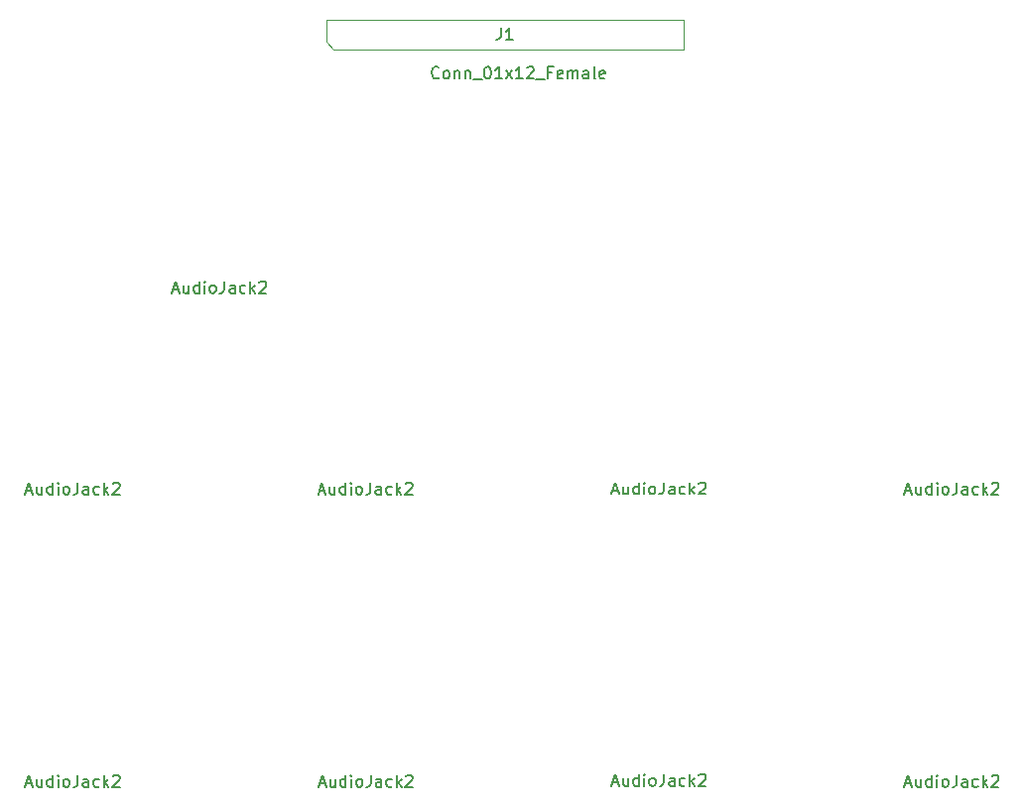
<source format=gbr>
%TF.GenerationSoftware,KiCad,Pcbnew,(5.1.9)-1*%
%TF.CreationDate,2021-08-20T18:58:33+01:00*%
%TF.ProjectId,KOSMOS LFO6 Jack Panel,4b4f534d-4f53-4204-9c46-4f36204a6163,rev?*%
%TF.SameCoordinates,Original*%
%TF.FileFunction,Other,Fab,Top*%
%FSLAX46Y46*%
G04 Gerber Fmt 4.6, Leading zero omitted, Abs format (unit mm)*
G04 Created by KiCad (PCBNEW (5.1.9)-1) date 2021-08-20 18:58:33*
%MOMM*%
%LPD*%
G01*
G04 APERTURE LIST*
%ADD10C,0.100000*%
%ADD11C,0.150000*%
G04 APERTURE END LIST*
D10*
%TO.C,J1*%
X48665000Y-19150000D02*
X48030000Y-18515000D01*
X78510000Y-19150000D02*
X48665000Y-19150000D01*
X78510000Y-16610000D02*
X78510000Y-19150000D01*
X48030000Y-16610000D02*
X78510000Y-16610000D01*
X48030000Y-18515000D02*
X48030000Y-16610000D01*
%TD*%
%TO.C,J1*%
D11*
X57654285Y-21547142D02*
X57606666Y-21594761D01*
X57463809Y-21642380D01*
X57368571Y-21642380D01*
X57225714Y-21594761D01*
X57130476Y-21499523D01*
X57082857Y-21404285D01*
X57035238Y-21213809D01*
X57035238Y-21070952D01*
X57082857Y-20880476D01*
X57130476Y-20785238D01*
X57225714Y-20690000D01*
X57368571Y-20642380D01*
X57463809Y-20642380D01*
X57606666Y-20690000D01*
X57654285Y-20737619D01*
X58225714Y-21642380D02*
X58130476Y-21594761D01*
X58082857Y-21547142D01*
X58035238Y-21451904D01*
X58035238Y-21166190D01*
X58082857Y-21070952D01*
X58130476Y-21023333D01*
X58225714Y-20975714D01*
X58368571Y-20975714D01*
X58463809Y-21023333D01*
X58511428Y-21070952D01*
X58559047Y-21166190D01*
X58559047Y-21451904D01*
X58511428Y-21547142D01*
X58463809Y-21594761D01*
X58368571Y-21642380D01*
X58225714Y-21642380D01*
X58987619Y-20975714D02*
X58987619Y-21642380D01*
X58987619Y-21070952D02*
X59035238Y-21023333D01*
X59130476Y-20975714D01*
X59273333Y-20975714D01*
X59368571Y-21023333D01*
X59416190Y-21118571D01*
X59416190Y-21642380D01*
X59892380Y-20975714D02*
X59892380Y-21642380D01*
X59892380Y-21070952D02*
X59940000Y-21023333D01*
X60035238Y-20975714D01*
X60178095Y-20975714D01*
X60273333Y-21023333D01*
X60320952Y-21118571D01*
X60320952Y-21642380D01*
X60559047Y-21737619D02*
X61320952Y-21737619D01*
X61749523Y-20642380D02*
X61844761Y-20642380D01*
X61940000Y-20690000D01*
X61987619Y-20737619D01*
X62035238Y-20832857D01*
X62082857Y-21023333D01*
X62082857Y-21261428D01*
X62035238Y-21451904D01*
X61987619Y-21547142D01*
X61940000Y-21594761D01*
X61844761Y-21642380D01*
X61749523Y-21642380D01*
X61654285Y-21594761D01*
X61606666Y-21547142D01*
X61559047Y-21451904D01*
X61511428Y-21261428D01*
X61511428Y-21023333D01*
X61559047Y-20832857D01*
X61606666Y-20737619D01*
X61654285Y-20690000D01*
X61749523Y-20642380D01*
X63035238Y-21642380D02*
X62463809Y-21642380D01*
X62749523Y-21642380D02*
X62749523Y-20642380D01*
X62654285Y-20785238D01*
X62559047Y-20880476D01*
X62463809Y-20928095D01*
X63368571Y-21642380D02*
X63892380Y-20975714D01*
X63368571Y-20975714D02*
X63892380Y-21642380D01*
X64797142Y-21642380D02*
X64225714Y-21642380D01*
X64511428Y-21642380D02*
X64511428Y-20642380D01*
X64416190Y-20785238D01*
X64320952Y-20880476D01*
X64225714Y-20928095D01*
X65178095Y-20737619D02*
X65225714Y-20690000D01*
X65320952Y-20642380D01*
X65559047Y-20642380D01*
X65654285Y-20690000D01*
X65701904Y-20737619D01*
X65749523Y-20832857D01*
X65749523Y-20928095D01*
X65701904Y-21070952D01*
X65130476Y-21642380D01*
X65749523Y-21642380D01*
X65940000Y-21737619D02*
X66701904Y-21737619D01*
X67273333Y-21118571D02*
X66940000Y-21118571D01*
X66940000Y-21642380D02*
X66940000Y-20642380D01*
X67416190Y-20642380D01*
X68178095Y-21594761D02*
X68082857Y-21642380D01*
X67892380Y-21642380D01*
X67797142Y-21594761D01*
X67749523Y-21499523D01*
X67749523Y-21118571D01*
X67797142Y-21023333D01*
X67892380Y-20975714D01*
X68082857Y-20975714D01*
X68178095Y-21023333D01*
X68225714Y-21118571D01*
X68225714Y-21213809D01*
X67749523Y-21309047D01*
X68654285Y-21642380D02*
X68654285Y-20975714D01*
X68654285Y-21070952D02*
X68701904Y-21023333D01*
X68797142Y-20975714D01*
X68940000Y-20975714D01*
X69035238Y-21023333D01*
X69082857Y-21118571D01*
X69082857Y-21642380D01*
X69082857Y-21118571D02*
X69130476Y-21023333D01*
X69225714Y-20975714D01*
X69368571Y-20975714D01*
X69463809Y-21023333D01*
X69511428Y-21118571D01*
X69511428Y-21642380D01*
X70416190Y-21642380D02*
X70416190Y-21118571D01*
X70368571Y-21023333D01*
X70273333Y-20975714D01*
X70082857Y-20975714D01*
X69987619Y-21023333D01*
X70416190Y-21594761D02*
X70320952Y-21642380D01*
X70082857Y-21642380D01*
X69987619Y-21594761D01*
X69940000Y-21499523D01*
X69940000Y-21404285D01*
X69987619Y-21309047D01*
X70082857Y-21261428D01*
X70320952Y-21261428D01*
X70416190Y-21213809D01*
X71035238Y-21642380D02*
X70940000Y-21594761D01*
X70892380Y-21499523D01*
X70892380Y-20642380D01*
X71797142Y-21594761D02*
X71701904Y-21642380D01*
X71511428Y-21642380D01*
X71416190Y-21594761D01*
X71368571Y-21499523D01*
X71368571Y-21118571D01*
X71416190Y-21023333D01*
X71511428Y-20975714D01*
X71701904Y-20975714D01*
X71797142Y-21023333D01*
X71844761Y-21118571D01*
X71844761Y-21213809D01*
X71368571Y-21309047D01*
X62936666Y-17332380D02*
X62936666Y-18046666D01*
X62889047Y-18189523D01*
X62793809Y-18284761D01*
X62650952Y-18332380D01*
X62555714Y-18332380D01*
X63936666Y-18332380D02*
X63365238Y-18332380D01*
X63650952Y-18332380D02*
X63650952Y-17332380D01*
X63555714Y-17475238D01*
X63460476Y-17570476D01*
X63365238Y-17618095D01*
%TO.C,J2*%
X22453809Y-56866666D02*
X22930000Y-56866666D01*
X22358571Y-57152380D02*
X22691904Y-56152380D01*
X23025238Y-57152380D01*
X23787142Y-56485714D02*
X23787142Y-57152380D01*
X23358571Y-56485714D02*
X23358571Y-57009523D01*
X23406190Y-57104761D01*
X23501428Y-57152380D01*
X23644285Y-57152380D01*
X23739523Y-57104761D01*
X23787142Y-57057142D01*
X24691904Y-57152380D02*
X24691904Y-56152380D01*
X24691904Y-57104761D02*
X24596666Y-57152380D01*
X24406190Y-57152380D01*
X24310952Y-57104761D01*
X24263333Y-57057142D01*
X24215714Y-56961904D01*
X24215714Y-56676190D01*
X24263333Y-56580952D01*
X24310952Y-56533333D01*
X24406190Y-56485714D01*
X24596666Y-56485714D01*
X24691904Y-56533333D01*
X25168095Y-57152380D02*
X25168095Y-56485714D01*
X25168095Y-56152380D02*
X25120476Y-56200000D01*
X25168095Y-56247619D01*
X25215714Y-56200000D01*
X25168095Y-56152380D01*
X25168095Y-56247619D01*
X25787142Y-57152380D02*
X25691904Y-57104761D01*
X25644285Y-57057142D01*
X25596666Y-56961904D01*
X25596666Y-56676190D01*
X25644285Y-56580952D01*
X25691904Y-56533333D01*
X25787142Y-56485714D01*
X25930000Y-56485714D01*
X26025238Y-56533333D01*
X26072857Y-56580952D01*
X26120476Y-56676190D01*
X26120476Y-56961904D01*
X26072857Y-57057142D01*
X26025238Y-57104761D01*
X25930000Y-57152380D01*
X25787142Y-57152380D01*
X26834761Y-56152380D02*
X26834761Y-56866666D01*
X26787142Y-57009523D01*
X26691904Y-57104761D01*
X26549047Y-57152380D01*
X26453809Y-57152380D01*
X27739523Y-57152380D02*
X27739523Y-56628571D01*
X27691904Y-56533333D01*
X27596666Y-56485714D01*
X27406190Y-56485714D01*
X27310952Y-56533333D01*
X27739523Y-57104761D02*
X27644285Y-57152380D01*
X27406190Y-57152380D01*
X27310952Y-57104761D01*
X27263333Y-57009523D01*
X27263333Y-56914285D01*
X27310952Y-56819047D01*
X27406190Y-56771428D01*
X27644285Y-56771428D01*
X27739523Y-56723809D01*
X28644285Y-57104761D02*
X28549047Y-57152380D01*
X28358571Y-57152380D01*
X28263333Y-57104761D01*
X28215714Y-57057142D01*
X28168095Y-56961904D01*
X28168095Y-56676190D01*
X28215714Y-56580952D01*
X28263333Y-56533333D01*
X28358571Y-56485714D01*
X28549047Y-56485714D01*
X28644285Y-56533333D01*
X29072857Y-57152380D02*
X29072857Y-56152380D01*
X29168095Y-56771428D02*
X29453809Y-57152380D01*
X29453809Y-56485714D02*
X29072857Y-56866666D01*
X29834761Y-56247619D02*
X29882380Y-56200000D01*
X29977619Y-56152380D01*
X30215714Y-56152380D01*
X30310952Y-56200000D01*
X30358571Y-56247619D01*
X30406190Y-56342857D01*
X30406190Y-56438095D01*
X30358571Y-56580952D01*
X29787142Y-57152380D01*
X30406190Y-57152380D01*
%TO.C,J3*%
X22453809Y-81856666D02*
X22930000Y-81856666D01*
X22358571Y-82142380D02*
X22691904Y-81142380D01*
X23025238Y-82142380D01*
X23787142Y-81475714D02*
X23787142Y-82142380D01*
X23358571Y-81475714D02*
X23358571Y-81999523D01*
X23406190Y-82094761D01*
X23501428Y-82142380D01*
X23644285Y-82142380D01*
X23739523Y-82094761D01*
X23787142Y-82047142D01*
X24691904Y-82142380D02*
X24691904Y-81142380D01*
X24691904Y-82094761D02*
X24596666Y-82142380D01*
X24406190Y-82142380D01*
X24310952Y-82094761D01*
X24263333Y-82047142D01*
X24215714Y-81951904D01*
X24215714Y-81666190D01*
X24263333Y-81570952D01*
X24310952Y-81523333D01*
X24406190Y-81475714D01*
X24596666Y-81475714D01*
X24691904Y-81523333D01*
X25168095Y-82142380D02*
X25168095Y-81475714D01*
X25168095Y-81142380D02*
X25120476Y-81190000D01*
X25168095Y-81237619D01*
X25215714Y-81190000D01*
X25168095Y-81142380D01*
X25168095Y-81237619D01*
X25787142Y-82142380D02*
X25691904Y-82094761D01*
X25644285Y-82047142D01*
X25596666Y-81951904D01*
X25596666Y-81666190D01*
X25644285Y-81570952D01*
X25691904Y-81523333D01*
X25787142Y-81475714D01*
X25930000Y-81475714D01*
X26025238Y-81523333D01*
X26072857Y-81570952D01*
X26120476Y-81666190D01*
X26120476Y-81951904D01*
X26072857Y-82047142D01*
X26025238Y-82094761D01*
X25930000Y-82142380D01*
X25787142Y-82142380D01*
X26834761Y-81142380D02*
X26834761Y-81856666D01*
X26787142Y-81999523D01*
X26691904Y-82094761D01*
X26549047Y-82142380D01*
X26453809Y-82142380D01*
X27739523Y-82142380D02*
X27739523Y-81618571D01*
X27691904Y-81523333D01*
X27596666Y-81475714D01*
X27406190Y-81475714D01*
X27310952Y-81523333D01*
X27739523Y-82094761D02*
X27644285Y-82142380D01*
X27406190Y-82142380D01*
X27310952Y-82094761D01*
X27263333Y-81999523D01*
X27263333Y-81904285D01*
X27310952Y-81809047D01*
X27406190Y-81761428D01*
X27644285Y-81761428D01*
X27739523Y-81713809D01*
X28644285Y-82094761D02*
X28549047Y-82142380D01*
X28358571Y-82142380D01*
X28263333Y-82094761D01*
X28215714Y-82047142D01*
X28168095Y-81951904D01*
X28168095Y-81666190D01*
X28215714Y-81570952D01*
X28263333Y-81523333D01*
X28358571Y-81475714D01*
X28549047Y-81475714D01*
X28644285Y-81523333D01*
X29072857Y-82142380D02*
X29072857Y-81142380D01*
X29168095Y-81761428D02*
X29453809Y-82142380D01*
X29453809Y-81475714D02*
X29072857Y-81856666D01*
X29834761Y-81237619D02*
X29882380Y-81190000D01*
X29977619Y-81142380D01*
X30215714Y-81142380D01*
X30310952Y-81190000D01*
X30358571Y-81237619D01*
X30406190Y-81332857D01*
X30406190Y-81428095D01*
X30358571Y-81570952D01*
X29787142Y-82142380D01*
X30406190Y-82142380D01*
%TO.C,J4*%
X47433809Y-56866666D02*
X47910000Y-56866666D01*
X47338571Y-57152380D02*
X47671904Y-56152380D01*
X48005238Y-57152380D01*
X48767142Y-56485714D02*
X48767142Y-57152380D01*
X48338571Y-56485714D02*
X48338571Y-57009523D01*
X48386190Y-57104761D01*
X48481428Y-57152380D01*
X48624285Y-57152380D01*
X48719523Y-57104761D01*
X48767142Y-57057142D01*
X49671904Y-57152380D02*
X49671904Y-56152380D01*
X49671904Y-57104761D02*
X49576666Y-57152380D01*
X49386190Y-57152380D01*
X49290952Y-57104761D01*
X49243333Y-57057142D01*
X49195714Y-56961904D01*
X49195714Y-56676190D01*
X49243333Y-56580952D01*
X49290952Y-56533333D01*
X49386190Y-56485714D01*
X49576666Y-56485714D01*
X49671904Y-56533333D01*
X50148095Y-57152380D02*
X50148095Y-56485714D01*
X50148095Y-56152380D02*
X50100476Y-56200000D01*
X50148095Y-56247619D01*
X50195714Y-56200000D01*
X50148095Y-56152380D01*
X50148095Y-56247619D01*
X50767142Y-57152380D02*
X50671904Y-57104761D01*
X50624285Y-57057142D01*
X50576666Y-56961904D01*
X50576666Y-56676190D01*
X50624285Y-56580952D01*
X50671904Y-56533333D01*
X50767142Y-56485714D01*
X50910000Y-56485714D01*
X51005238Y-56533333D01*
X51052857Y-56580952D01*
X51100476Y-56676190D01*
X51100476Y-56961904D01*
X51052857Y-57057142D01*
X51005238Y-57104761D01*
X50910000Y-57152380D01*
X50767142Y-57152380D01*
X51814761Y-56152380D02*
X51814761Y-56866666D01*
X51767142Y-57009523D01*
X51671904Y-57104761D01*
X51529047Y-57152380D01*
X51433809Y-57152380D01*
X52719523Y-57152380D02*
X52719523Y-56628571D01*
X52671904Y-56533333D01*
X52576666Y-56485714D01*
X52386190Y-56485714D01*
X52290952Y-56533333D01*
X52719523Y-57104761D02*
X52624285Y-57152380D01*
X52386190Y-57152380D01*
X52290952Y-57104761D01*
X52243333Y-57009523D01*
X52243333Y-56914285D01*
X52290952Y-56819047D01*
X52386190Y-56771428D01*
X52624285Y-56771428D01*
X52719523Y-56723809D01*
X53624285Y-57104761D02*
X53529047Y-57152380D01*
X53338571Y-57152380D01*
X53243333Y-57104761D01*
X53195714Y-57057142D01*
X53148095Y-56961904D01*
X53148095Y-56676190D01*
X53195714Y-56580952D01*
X53243333Y-56533333D01*
X53338571Y-56485714D01*
X53529047Y-56485714D01*
X53624285Y-56533333D01*
X54052857Y-57152380D02*
X54052857Y-56152380D01*
X54148095Y-56771428D02*
X54433809Y-57152380D01*
X54433809Y-56485714D02*
X54052857Y-56866666D01*
X54814761Y-56247619D02*
X54862380Y-56200000D01*
X54957619Y-56152380D01*
X55195714Y-56152380D01*
X55290952Y-56200000D01*
X55338571Y-56247619D01*
X55386190Y-56342857D01*
X55386190Y-56438095D01*
X55338571Y-56580952D01*
X54767142Y-57152380D01*
X55386190Y-57152380D01*
%TO.C,J5*%
X47453809Y-81846666D02*
X47930000Y-81846666D01*
X47358571Y-82132380D02*
X47691904Y-81132380D01*
X48025238Y-82132380D01*
X48787142Y-81465714D02*
X48787142Y-82132380D01*
X48358571Y-81465714D02*
X48358571Y-81989523D01*
X48406190Y-82084761D01*
X48501428Y-82132380D01*
X48644285Y-82132380D01*
X48739523Y-82084761D01*
X48787142Y-82037142D01*
X49691904Y-82132380D02*
X49691904Y-81132380D01*
X49691904Y-82084761D02*
X49596666Y-82132380D01*
X49406190Y-82132380D01*
X49310952Y-82084761D01*
X49263333Y-82037142D01*
X49215714Y-81941904D01*
X49215714Y-81656190D01*
X49263333Y-81560952D01*
X49310952Y-81513333D01*
X49406190Y-81465714D01*
X49596666Y-81465714D01*
X49691904Y-81513333D01*
X50168095Y-82132380D02*
X50168095Y-81465714D01*
X50168095Y-81132380D02*
X50120476Y-81180000D01*
X50168095Y-81227619D01*
X50215714Y-81180000D01*
X50168095Y-81132380D01*
X50168095Y-81227619D01*
X50787142Y-82132380D02*
X50691904Y-82084761D01*
X50644285Y-82037142D01*
X50596666Y-81941904D01*
X50596666Y-81656190D01*
X50644285Y-81560952D01*
X50691904Y-81513333D01*
X50787142Y-81465714D01*
X50930000Y-81465714D01*
X51025238Y-81513333D01*
X51072857Y-81560952D01*
X51120476Y-81656190D01*
X51120476Y-81941904D01*
X51072857Y-82037142D01*
X51025238Y-82084761D01*
X50930000Y-82132380D01*
X50787142Y-82132380D01*
X51834761Y-81132380D02*
X51834761Y-81846666D01*
X51787142Y-81989523D01*
X51691904Y-82084761D01*
X51549047Y-82132380D01*
X51453809Y-82132380D01*
X52739523Y-82132380D02*
X52739523Y-81608571D01*
X52691904Y-81513333D01*
X52596666Y-81465714D01*
X52406190Y-81465714D01*
X52310952Y-81513333D01*
X52739523Y-82084761D02*
X52644285Y-82132380D01*
X52406190Y-82132380D01*
X52310952Y-82084761D01*
X52263333Y-81989523D01*
X52263333Y-81894285D01*
X52310952Y-81799047D01*
X52406190Y-81751428D01*
X52644285Y-81751428D01*
X52739523Y-81703809D01*
X53644285Y-82084761D02*
X53549047Y-82132380D01*
X53358571Y-82132380D01*
X53263333Y-82084761D01*
X53215714Y-82037142D01*
X53168095Y-81941904D01*
X53168095Y-81656190D01*
X53215714Y-81560952D01*
X53263333Y-81513333D01*
X53358571Y-81465714D01*
X53549047Y-81465714D01*
X53644285Y-81513333D01*
X54072857Y-82132380D02*
X54072857Y-81132380D01*
X54168095Y-81751428D02*
X54453809Y-82132380D01*
X54453809Y-81465714D02*
X54072857Y-81846666D01*
X54834761Y-81227619D02*
X54882380Y-81180000D01*
X54977619Y-81132380D01*
X55215714Y-81132380D01*
X55310952Y-81180000D01*
X55358571Y-81227619D01*
X55406190Y-81322857D01*
X55406190Y-81418095D01*
X55358571Y-81560952D01*
X54787142Y-82132380D01*
X55406190Y-82132380D01*
%TO.C,J6*%
X34953809Y-39676666D02*
X35430000Y-39676666D01*
X34858571Y-39962380D02*
X35191904Y-38962380D01*
X35525238Y-39962380D01*
X36287142Y-39295714D02*
X36287142Y-39962380D01*
X35858571Y-39295714D02*
X35858571Y-39819523D01*
X35906190Y-39914761D01*
X36001428Y-39962380D01*
X36144285Y-39962380D01*
X36239523Y-39914761D01*
X36287142Y-39867142D01*
X37191904Y-39962380D02*
X37191904Y-38962380D01*
X37191904Y-39914761D02*
X37096666Y-39962380D01*
X36906190Y-39962380D01*
X36810952Y-39914761D01*
X36763333Y-39867142D01*
X36715714Y-39771904D01*
X36715714Y-39486190D01*
X36763333Y-39390952D01*
X36810952Y-39343333D01*
X36906190Y-39295714D01*
X37096666Y-39295714D01*
X37191904Y-39343333D01*
X37668095Y-39962380D02*
X37668095Y-39295714D01*
X37668095Y-38962380D02*
X37620476Y-39010000D01*
X37668095Y-39057619D01*
X37715714Y-39010000D01*
X37668095Y-38962380D01*
X37668095Y-39057619D01*
X38287142Y-39962380D02*
X38191904Y-39914761D01*
X38144285Y-39867142D01*
X38096666Y-39771904D01*
X38096666Y-39486190D01*
X38144285Y-39390952D01*
X38191904Y-39343333D01*
X38287142Y-39295714D01*
X38430000Y-39295714D01*
X38525238Y-39343333D01*
X38572857Y-39390952D01*
X38620476Y-39486190D01*
X38620476Y-39771904D01*
X38572857Y-39867142D01*
X38525238Y-39914761D01*
X38430000Y-39962380D01*
X38287142Y-39962380D01*
X39334761Y-38962380D02*
X39334761Y-39676666D01*
X39287142Y-39819523D01*
X39191904Y-39914761D01*
X39049047Y-39962380D01*
X38953809Y-39962380D01*
X40239523Y-39962380D02*
X40239523Y-39438571D01*
X40191904Y-39343333D01*
X40096666Y-39295714D01*
X39906190Y-39295714D01*
X39810952Y-39343333D01*
X40239523Y-39914761D02*
X40144285Y-39962380D01*
X39906190Y-39962380D01*
X39810952Y-39914761D01*
X39763333Y-39819523D01*
X39763333Y-39724285D01*
X39810952Y-39629047D01*
X39906190Y-39581428D01*
X40144285Y-39581428D01*
X40239523Y-39533809D01*
X41144285Y-39914761D02*
X41049047Y-39962380D01*
X40858571Y-39962380D01*
X40763333Y-39914761D01*
X40715714Y-39867142D01*
X40668095Y-39771904D01*
X40668095Y-39486190D01*
X40715714Y-39390952D01*
X40763333Y-39343333D01*
X40858571Y-39295714D01*
X41049047Y-39295714D01*
X41144285Y-39343333D01*
X41572857Y-39962380D02*
X41572857Y-38962380D01*
X41668095Y-39581428D02*
X41953809Y-39962380D01*
X41953809Y-39295714D02*
X41572857Y-39676666D01*
X42334761Y-39057619D02*
X42382380Y-39010000D01*
X42477619Y-38962380D01*
X42715714Y-38962380D01*
X42810952Y-39010000D01*
X42858571Y-39057619D01*
X42906190Y-39152857D01*
X42906190Y-39248095D01*
X42858571Y-39390952D01*
X42287142Y-39962380D01*
X42906190Y-39962380D01*
%TO.C,J7*%
X72453809Y-56856666D02*
X72930000Y-56856666D01*
X72358571Y-57142380D02*
X72691904Y-56142380D01*
X73025238Y-57142380D01*
X73787142Y-56475714D02*
X73787142Y-57142380D01*
X73358571Y-56475714D02*
X73358571Y-56999523D01*
X73406190Y-57094761D01*
X73501428Y-57142380D01*
X73644285Y-57142380D01*
X73739523Y-57094761D01*
X73787142Y-57047142D01*
X74691904Y-57142380D02*
X74691904Y-56142380D01*
X74691904Y-57094761D02*
X74596666Y-57142380D01*
X74406190Y-57142380D01*
X74310952Y-57094761D01*
X74263333Y-57047142D01*
X74215714Y-56951904D01*
X74215714Y-56666190D01*
X74263333Y-56570952D01*
X74310952Y-56523333D01*
X74406190Y-56475714D01*
X74596666Y-56475714D01*
X74691904Y-56523333D01*
X75168095Y-57142380D02*
X75168095Y-56475714D01*
X75168095Y-56142380D02*
X75120476Y-56190000D01*
X75168095Y-56237619D01*
X75215714Y-56190000D01*
X75168095Y-56142380D01*
X75168095Y-56237619D01*
X75787142Y-57142380D02*
X75691904Y-57094761D01*
X75644285Y-57047142D01*
X75596666Y-56951904D01*
X75596666Y-56666190D01*
X75644285Y-56570952D01*
X75691904Y-56523333D01*
X75787142Y-56475714D01*
X75930000Y-56475714D01*
X76025238Y-56523333D01*
X76072857Y-56570952D01*
X76120476Y-56666190D01*
X76120476Y-56951904D01*
X76072857Y-57047142D01*
X76025238Y-57094761D01*
X75930000Y-57142380D01*
X75787142Y-57142380D01*
X76834761Y-56142380D02*
X76834761Y-56856666D01*
X76787142Y-56999523D01*
X76691904Y-57094761D01*
X76549047Y-57142380D01*
X76453809Y-57142380D01*
X77739523Y-57142380D02*
X77739523Y-56618571D01*
X77691904Y-56523333D01*
X77596666Y-56475714D01*
X77406190Y-56475714D01*
X77310952Y-56523333D01*
X77739523Y-57094761D02*
X77644285Y-57142380D01*
X77406190Y-57142380D01*
X77310952Y-57094761D01*
X77263333Y-56999523D01*
X77263333Y-56904285D01*
X77310952Y-56809047D01*
X77406190Y-56761428D01*
X77644285Y-56761428D01*
X77739523Y-56713809D01*
X78644285Y-57094761D02*
X78549047Y-57142380D01*
X78358571Y-57142380D01*
X78263333Y-57094761D01*
X78215714Y-57047142D01*
X78168095Y-56951904D01*
X78168095Y-56666190D01*
X78215714Y-56570952D01*
X78263333Y-56523333D01*
X78358571Y-56475714D01*
X78549047Y-56475714D01*
X78644285Y-56523333D01*
X79072857Y-57142380D02*
X79072857Y-56142380D01*
X79168095Y-56761428D02*
X79453809Y-57142380D01*
X79453809Y-56475714D02*
X79072857Y-56856666D01*
X79834761Y-56237619D02*
X79882380Y-56190000D01*
X79977619Y-56142380D01*
X80215714Y-56142380D01*
X80310952Y-56190000D01*
X80358571Y-56237619D01*
X80406190Y-56332857D01*
X80406190Y-56428095D01*
X80358571Y-56570952D01*
X79787142Y-57142380D01*
X80406190Y-57142380D01*
%TO.C,J8*%
X72463809Y-81766666D02*
X72940000Y-81766666D01*
X72368571Y-82052380D02*
X72701904Y-81052380D01*
X73035238Y-82052380D01*
X73797142Y-81385714D02*
X73797142Y-82052380D01*
X73368571Y-81385714D02*
X73368571Y-81909523D01*
X73416190Y-82004761D01*
X73511428Y-82052380D01*
X73654285Y-82052380D01*
X73749523Y-82004761D01*
X73797142Y-81957142D01*
X74701904Y-82052380D02*
X74701904Y-81052380D01*
X74701904Y-82004761D02*
X74606666Y-82052380D01*
X74416190Y-82052380D01*
X74320952Y-82004761D01*
X74273333Y-81957142D01*
X74225714Y-81861904D01*
X74225714Y-81576190D01*
X74273333Y-81480952D01*
X74320952Y-81433333D01*
X74416190Y-81385714D01*
X74606666Y-81385714D01*
X74701904Y-81433333D01*
X75178095Y-82052380D02*
X75178095Y-81385714D01*
X75178095Y-81052380D02*
X75130476Y-81100000D01*
X75178095Y-81147619D01*
X75225714Y-81100000D01*
X75178095Y-81052380D01*
X75178095Y-81147619D01*
X75797142Y-82052380D02*
X75701904Y-82004761D01*
X75654285Y-81957142D01*
X75606666Y-81861904D01*
X75606666Y-81576190D01*
X75654285Y-81480952D01*
X75701904Y-81433333D01*
X75797142Y-81385714D01*
X75940000Y-81385714D01*
X76035238Y-81433333D01*
X76082857Y-81480952D01*
X76130476Y-81576190D01*
X76130476Y-81861904D01*
X76082857Y-81957142D01*
X76035238Y-82004761D01*
X75940000Y-82052380D01*
X75797142Y-82052380D01*
X76844761Y-81052380D02*
X76844761Y-81766666D01*
X76797142Y-81909523D01*
X76701904Y-82004761D01*
X76559047Y-82052380D01*
X76463809Y-82052380D01*
X77749523Y-82052380D02*
X77749523Y-81528571D01*
X77701904Y-81433333D01*
X77606666Y-81385714D01*
X77416190Y-81385714D01*
X77320952Y-81433333D01*
X77749523Y-82004761D02*
X77654285Y-82052380D01*
X77416190Y-82052380D01*
X77320952Y-82004761D01*
X77273333Y-81909523D01*
X77273333Y-81814285D01*
X77320952Y-81719047D01*
X77416190Y-81671428D01*
X77654285Y-81671428D01*
X77749523Y-81623809D01*
X78654285Y-82004761D02*
X78559047Y-82052380D01*
X78368571Y-82052380D01*
X78273333Y-82004761D01*
X78225714Y-81957142D01*
X78178095Y-81861904D01*
X78178095Y-81576190D01*
X78225714Y-81480952D01*
X78273333Y-81433333D01*
X78368571Y-81385714D01*
X78559047Y-81385714D01*
X78654285Y-81433333D01*
X79082857Y-82052380D02*
X79082857Y-81052380D01*
X79178095Y-81671428D02*
X79463809Y-82052380D01*
X79463809Y-81385714D02*
X79082857Y-81766666D01*
X79844761Y-81147619D02*
X79892380Y-81100000D01*
X79987619Y-81052380D01*
X80225714Y-81052380D01*
X80320952Y-81100000D01*
X80368571Y-81147619D01*
X80416190Y-81242857D01*
X80416190Y-81338095D01*
X80368571Y-81480952D01*
X79797142Y-82052380D01*
X80416190Y-82052380D01*
%TO.C,J9*%
X97463809Y-56866666D02*
X97940000Y-56866666D01*
X97368571Y-57152380D02*
X97701904Y-56152380D01*
X98035238Y-57152380D01*
X98797142Y-56485714D02*
X98797142Y-57152380D01*
X98368571Y-56485714D02*
X98368571Y-57009523D01*
X98416190Y-57104761D01*
X98511428Y-57152380D01*
X98654285Y-57152380D01*
X98749523Y-57104761D01*
X98797142Y-57057142D01*
X99701904Y-57152380D02*
X99701904Y-56152380D01*
X99701904Y-57104761D02*
X99606666Y-57152380D01*
X99416190Y-57152380D01*
X99320952Y-57104761D01*
X99273333Y-57057142D01*
X99225714Y-56961904D01*
X99225714Y-56676190D01*
X99273333Y-56580952D01*
X99320952Y-56533333D01*
X99416190Y-56485714D01*
X99606666Y-56485714D01*
X99701904Y-56533333D01*
X100178095Y-57152380D02*
X100178095Y-56485714D01*
X100178095Y-56152380D02*
X100130476Y-56200000D01*
X100178095Y-56247619D01*
X100225714Y-56200000D01*
X100178095Y-56152380D01*
X100178095Y-56247619D01*
X100797142Y-57152380D02*
X100701904Y-57104761D01*
X100654285Y-57057142D01*
X100606666Y-56961904D01*
X100606666Y-56676190D01*
X100654285Y-56580952D01*
X100701904Y-56533333D01*
X100797142Y-56485714D01*
X100940000Y-56485714D01*
X101035238Y-56533333D01*
X101082857Y-56580952D01*
X101130476Y-56676190D01*
X101130476Y-56961904D01*
X101082857Y-57057142D01*
X101035238Y-57104761D01*
X100940000Y-57152380D01*
X100797142Y-57152380D01*
X101844761Y-56152380D02*
X101844761Y-56866666D01*
X101797142Y-57009523D01*
X101701904Y-57104761D01*
X101559047Y-57152380D01*
X101463809Y-57152380D01*
X102749523Y-57152380D02*
X102749523Y-56628571D01*
X102701904Y-56533333D01*
X102606666Y-56485714D01*
X102416190Y-56485714D01*
X102320952Y-56533333D01*
X102749523Y-57104761D02*
X102654285Y-57152380D01*
X102416190Y-57152380D01*
X102320952Y-57104761D01*
X102273333Y-57009523D01*
X102273333Y-56914285D01*
X102320952Y-56819047D01*
X102416190Y-56771428D01*
X102654285Y-56771428D01*
X102749523Y-56723809D01*
X103654285Y-57104761D02*
X103559047Y-57152380D01*
X103368571Y-57152380D01*
X103273333Y-57104761D01*
X103225714Y-57057142D01*
X103178095Y-56961904D01*
X103178095Y-56676190D01*
X103225714Y-56580952D01*
X103273333Y-56533333D01*
X103368571Y-56485714D01*
X103559047Y-56485714D01*
X103654285Y-56533333D01*
X104082857Y-57152380D02*
X104082857Y-56152380D01*
X104178095Y-56771428D02*
X104463809Y-57152380D01*
X104463809Y-56485714D02*
X104082857Y-56866666D01*
X104844761Y-56247619D02*
X104892380Y-56200000D01*
X104987619Y-56152380D01*
X105225714Y-56152380D01*
X105320952Y-56200000D01*
X105368571Y-56247619D01*
X105416190Y-56342857D01*
X105416190Y-56438095D01*
X105368571Y-56580952D01*
X104797142Y-57152380D01*
X105416190Y-57152380D01*
%TO.C,J10*%
X97453809Y-81856666D02*
X97930000Y-81856666D01*
X97358571Y-82142380D02*
X97691904Y-81142380D01*
X98025238Y-82142380D01*
X98787142Y-81475714D02*
X98787142Y-82142380D01*
X98358571Y-81475714D02*
X98358571Y-81999523D01*
X98406190Y-82094761D01*
X98501428Y-82142380D01*
X98644285Y-82142380D01*
X98739523Y-82094761D01*
X98787142Y-82047142D01*
X99691904Y-82142380D02*
X99691904Y-81142380D01*
X99691904Y-82094761D02*
X99596666Y-82142380D01*
X99406190Y-82142380D01*
X99310952Y-82094761D01*
X99263333Y-82047142D01*
X99215714Y-81951904D01*
X99215714Y-81666190D01*
X99263333Y-81570952D01*
X99310952Y-81523333D01*
X99406190Y-81475714D01*
X99596666Y-81475714D01*
X99691904Y-81523333D01*
X100168095Y-82142380D02*
X100168095Y-81475714D01*
X100168095Y-81142380D02*
X100120476Y-81190000D01*
X100168095Y-81237619D01*
X100215714Y-81190000D01*
X100168095Y-81142380D01*
X100168095Y-81237619D01*
X100787142Y-82142380D02*
X100691904Y-82094761D01*
X100644285Y-82047142D01*
X100596666Y-81951904D01*
X100596666Y-81666190D01*
X100644285Y-81570952D01*
X100691904Y-81523333D01*
X100787142Y-81475714D01*
X100930000Y-81475714D01*
X101025238Y-81523333D01*
X101072857Y-81570952D01*
X101120476Y-81666190D01*
X101120476Y-81951904D01*
X101072857Y-82047142D01*
X101025238Y-82094761D01*
X100930000Y-82142380D01*
X100787142Y-82142380D01*
X101834761Y-81142380D02*
X101834761Y-81856666D01*
X101787142Y-81999523D01*
X101691904Y-82094761D01*
X101549047Y-82142380D01*
X101453809Y-82142380D01*
X102739523Y-82142380D02*
X102739523Y-81618571D01*
X102691904Y-81523333D01*
X102596666Y-81475714D01*
X102406190Y-81475714D01*
X102310952Y-81523333D01*
X102739523Y-82094761D02*
X102644285Y-82142380D01*
X102406190Y-82142380D01*
X102310952Y-82094761D01*
X102263333Y-81999523D01*
X102263333Y-81904285D01*
X102310952Y-81809047D01*
X102406190Y-81761428D01*
X102644285Y-81761428D01*
X102739523Y-81713809D01*
X103644285Y-82094761D02*
X103549047Y-82142380D01*
X103358571Y-82142380D01*
X103263333Y-82094761D01*
X103215714Y-82047142D01*
X103168095Y-81951904D01*
X103168095Y-81666190D01*
X103215714Y-81570952D01*
X103263333Y-81523333D01*
X103358571Y-81475714D01*
X103549047Y-81475714D01*
X103644285Y-81523333D01*
X104072857Y-82142380D02*
X104072857Y-81142380D01*
X104168095Y-81761428D02*
X104453809Y-82142380D01*
X104453809Y-81475714D02*
X104072857Y-81856666D01*
X104834761Y-81237619D02*
X104882380Y-81190000D01*
X104977619Y-81142380D01*
X105215714Y-81142380D01*
X105310952Y-81190000D01*
X105358571Y-81237619D01*
X105406190Y-81332857D01*
X105406190Y-81428095D01*
X105358571Y-81570952D01*
X104787142Y-82142380D01*
X105406190Y-82142380D01*
%TD*%
M02*

</source>
